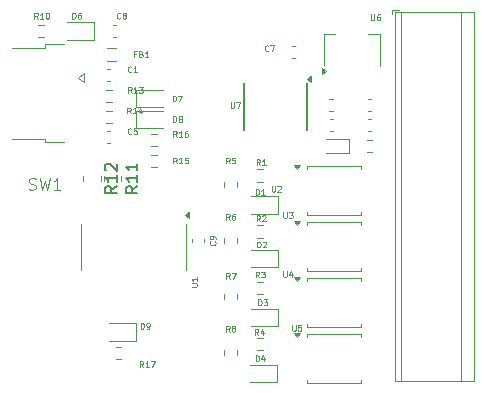
<source format=gbr>
%TF.GenerationSoftware,KiCad,Pcbnew,8.0.3*%
%TF.CreationDate,2024-09-20T11:12:47-04:00*%
%TF.ProjectId,Sequencer,53657175-656e-4636-9572-2e6b69636164,rev?*%
%TF.SameCoordinates,Original*%
%TF.FileFunction,Legend,Top*%
%TF.FilePolarity,Positive*%
%FSLAX46Y46*%
G04 Gerber Fmt 4.6, Leading zero omitted, Abs format (unit mm)*
G04 Created by KiCad (PCBNEW 8.0.3) date 2024-09-20 11:12:47*
%MOMM*%
%LPD*%
G01*
G04 APERTURE LIST*
%ADD10C,0.070000*%
%ADD11C,0.150000*%
%ADD12C,0.100000*%
%ADD13C,0.120000*%
G04 APERTURE END LIST*
D10*
X150603571Y-80227669D02*
X150436905Y-79989574D01*
X150317857Y-80227669D02*
X150317857Y-79727669D01*
X150317857Y-79727669D02*
X150508333Y-79727669D01*
X150508333Y-79727669D02*
X150555952Y-79751479D01*
X150555952Y-79751479D02*
X150579762Y-79775288D01*
X150579762Y-79775288D02*
X150603571Y-79822907D01*
X150603571Y-79822907D02*
X150603571Y-79894336D01*
X150603571Y-79894336D02*
X150579762Y-79941955D01*
X150579762Y-79941955D02*
X150555952Y-79965764D01*
X150555952Y-79965764D02*
X150508333Y-79989574D01*
X150508333Y-79989574D02*
X150317857Y-79989574D01*
X151079762Y-80227669D02*
X150794048Y-80227669D01*
X150936905Y-80227669D02*
X150936905Y-79727669D01*
X150936905Y-79727669D02*
X150889286Y-79799098D01*
X150889286Y-79799098D02*
X150841667Y-79846717D01*
X150841667Y-79846717D02*
X150794048Y-79870526D01*
X151246428Y-79727669D02*
X151579761Y-79727669D01*
X151579761Y-79727669D02*
X151365476Y-80227669D01*
D11*
X148354819Y-64892857D02*
X147878628Y-65226190D01*
X148354819Y-65464285D02*
X147354819Y-65464285D01*
X147354819Y-65464285D02*
X147354819Y-65083333D01*
X147354819Y-65083333D02*
X147402438Y-64988095D01*
X147402438Y-64988095D02*
X147450057Y-64940476D01*
X147450057Y-64940476D02*
X147545295Y-64892857D01*
X147545295Y-64892857D02*
X147688152Y-64892857D01*
X147688152Y-64892857D02*
X147783390Y-64940476D01*
X147783390Y-64940476D02*
X147831009Y-64988095D01*
X147831009Y-64988095D02*
X147878628Y-65083333D01*
X147878628Y-65083333D02*
X147878628Y-65464285D01*
X148354819Y-63940476D02*
X148354819Y-64511904D01*
X148354819Y-64226190D02*
X147354819Y-64226190D01*
X147354819Y-64226190D02*
X147497676Y-64321428D01*
X147497676Y-64321428D02*
X147592914Y-64416666D01*
X147592914Y-64416666D02*
X147640533Y-64511904D01*
X147450057Y-63559523D02*
X147402438Y-63511904D01*
X147402438Y-63511904D02*
X147354819Y-63416666D01*
X147354819Y-63416666D02*
X147354819Y-63178571D01*
X147354819Y-63178571D02*
X147402438Y-63083333D01*
X147402438Y-63083333D02*
X147450057Y-63035714D01*
X147450057Y-63035714D02*
X147545295Y-62988095D01*
X147545295Y-62988095D02*
X147640533Y-62988095D01*
X147640533Y-62988095D02*
X147783390Y-63035714D01*
X147783390Y-63035714D02*
X148354819Y-63607142D01*
X148354819Y-63607142D02*
X148354819Y-62988095D01*
X150104819Y-64892857D02*
X149628628Y-65226190D01*
X150104819Y-65464285D02*
X149104819Y-65464285D01*
X149104819Y-65464285D02*
X149104819Y-65083333D01*
X149104819Y-65083333D02*
X149152438Y-64988095D01*
X149152438Y-64988095D02*
X149200057Y-64940476D01*
X149200057Y-64940476D02*
X149295295Y-64892857D01*
X149295295Y-64892857D02*
X149438152Y-64892857D01*
X149438152Y-64892857D02*
X149533390Y-64940476D01*
X149533390Y-64940476D02*
X149581009Y-64988095D01*
X149581009Y-64988095D02*
X149628628Y-65083333D01*
X149628628Y-65083333D02*
X149628628Y-65464285D01*
X150104819Y-63940476D02*
X150104819Y-64511904D01*
X150104819Y-64226190D02*
X149104819Y-64226190D01*
X149104819Y-64226190D02*
X149247676Y-64321428D01*
X149247676Y-64321428D02*
X149342914Y-64416666D01*
X149342914Y-64416666D02*
X149390533Y-64511904D01*
X150104819Y-62988095D02*
X150104819Y-63559523D01*
X150104819Y-63273809D02*
X149104819Y-63273809D01*
X149104819Y-63273809D02*
X149247676Y-63369047D01*
X149247676Y-63369047D02*
X149342914Y-63464285D01*
X149342914Y-63464285D02*
X149390533Y-63559523D01*
D10*
X150380952Y-76977669D02*
X150380952Y-76477669D01*
X150380952Y-76477669D02*
X150500000Y-76477669D01*
X150500000Y-76477669D02*
X150571428Y-76501479D01*
X150571428Y-76501479D02*
X150619047Y-76549098D01*
X150619047Y-76549098D02*
X150642857Y-76596717D01*
X150642857Y-76596717D02*
X150666666Y-76691955D01*
X150666666Y-76691955D02*
X150666666Y-76763383D01*
X150666666Y-76763383D02*
X150642857Y-76858621D01*
X150642857Y-76858621D02*
X150619047Y-76906240D01*
X150619047Y-76906240D02*
X150571428Y-76953860D01*
X150571428Y-76953860D02*
X150500000Y-76977669D01*
X150500000Y-76977669D02*
X150380952Y-76977669D01*
X150904762Y-76977669D02*
X151000000Y-76977669D01*
X151000000Y-76977669D02*
X151047619Y-76953860D01*
X151047619Y-76953860D02*
X151071428Y-76930050D01*
X151071428Y-76930050D02*
X151119047Y-76858621D01*
X151119047Y-76858621D02*
X151142857Y-76763383D01*
X151142857Y-76763383D02*
X151142857Y-76572907D01*
X151142857Y-76572907D02*
X151119047Y-76525288D01*
X151119047Y-76525288D02*
X151095238Y-76501479D01*
X151095238Y-76501479D02*
X151047619Y-76477669D01*
X151047619Y-76477669D02*
X150952381Y-76477669D01*
X150952381Y-76477669D02*
X150904762Y-76501479D01*
X150904762Y-76501479D02*
X150880952Y-76525288D01*
X150880952Y-76525288D02*
X150857143Y-76572907D01*
X150857143Y-76572907D02*
X150857143Y-76691955D01*
X150857143Y-76691955D02*
X150880952Y-76739574D01*
X150880952Y-76739574D02*
X150904762Y-76763383D01*
X150904762Y-76763383D02*
X150952381Y-76787193D01*
X150952381Y-76787193D02*
X151047619Y-76787193D01*
X151047619Y-76787193D02*
X151095238Y-76763383D01*
X151095238Y-76763383D02*
X151119047Y-76739574D01*
X151119047Y-76739574D02*
X151142857Y-76691955D01*
D12*
X162464047Y-72126109D02*
X162464047Y-72530871D01*
X162464047Y-72530871D02*
X162487857Y-72578490D01*
X162487857Y-72578490D02*
X162511666Y-72602300D01*
X162511666Y-72602300D02*
X162559285Y-72626109D01*
X162559285Y-72626109D02*
X162654523Y-72626109D01*
X162654523Y-72626109D02*
X162702142Y-72602300D01*
X162702142Y-72602300D02*
X162725952Y-72578490D01*
X162725952Y-72578490D02*
X162749761Y-72530871D01*
X162749761Y-72530871D02*
X162749761Y-72126109D01*
X163202143Y-72292776D02*
X163202143Y-72626109D01*
X163083095Y-72102300D02*
X162964048Y-72459442D01*
X162964048Y-72459442D02*
X163273571Y-72459442D01*
X140916667Y-65159800D02*
X141059524Y-65207419D01*
X141059524Y-65207419D02*
X141297619Y-65207419D01*
X141297619Y-65207419D02*
X141392857Y-65159800D01*
X141392857Y-65159800D02*
X141440476Y-65112180D01*
X141440476Y-65112180D02*
X141488095Y-65016942D01*
X141488095Y-65016942D02*
X141488095Y-64921704D01*
X141488095Y-64921704D02*
X141440476Y-64826466D01*
X141440476Y-64826466D02*
X141392857Y-64778847D01*
X141392857Y-64778847D02*
X141297619Y-64731228D01*
X141297619Y-64731228D02*
X141107143Y-64683609D01*
X141107143Y-64683609D02*
X141011905Y-64635990D01*
X141011905Y-64635990D02*
X140964286Y-64588371D01*
X140964286Y-64588371D02*
X140916667Y-64493133D01*
X140916667Y-64493133D02*
X140916667Y-64397895D01*
X140916667Y-64397895D02*
X140964286Y-64302657D01*
X140964286Y-64302657D02*
X141011905Y-64255038D01*
X141011905Y-64255038D02*
X141107143Y-64207419D01*
X141107143Y-64207419D02*
X141345238Y-64207419D01*
X141345238Y-64207419D02*
X141488095Y-64255038D01*
X141821429Y-64207419D02*
X142059524Y-65207419D01*
X142059524Y-65207419D02*
X142250000Y-64493133D01*
X142250000Y-64493133D02*
X142440476Y-65207419D01*
X142440476Y-65207419D02*
X142678572Y-64207419D01*
X143583333Y-65207419D02*
X143011905Y-65207419D01*
X143297619Y-65207419D02*
X143297619Y-64207419D01*
X143297619Y-64207419D02*
X143202381Y-64350276D01*
X143202381Y-64350276D02*
X143107143Y-64445514D01*
X143107143Y-64445514D02*
X143011905Y-64493133D01*
D10*
X156680050Y-69583333D02*
X156703860Y-69607142D01*
X156703860Y-69607142D02*
X156727669Y-69678571D01*
X156727669Y-69678571D02*
X156727669Y-69726190D01*
X156727669Y-69726190D02*
X156703860Y-69797618D01*
X156703860Y-69797618D02*
X156656240Y-69845237D01*
X156656240Y-69845237D02*
X156608621Y-69869047D01*
X156608621Y-69869047D02*
X156513383Y-69892856D01*
X156513383Y-69892856D02*
X156441955Y-69892856D01*
X156441955Y-69892856D02*
X156346717Y-69869047D01*
X156346717Y-69869047D02*
X156299098Y-69845237D01*
X156299098Y-69845237D02*
X156251479Y-69797618D01*
X156251479Y-69797618D02*
X156227669Y-69726190D01*
X156227669Y-69726190D02*
X156227669Y-69678571D01*
X156227669Y-69678571D02*
X156251479Y-69607142D01*
X156251479Y-69607142D02*
X156275288Y-69583333D01*
X156727669Y-69345237D02*
X156727669Y-69249999D01*
X156727669Y-69249999D02*
X156703860Y-69202380D01*
X156703860Y-69202380D02*
X156680050Y-69178571D01*
X156680050Y-69178571D02*
X156608621Y-69130952D01*
X156608621Y-69130952D02*
X156513383Y-69107142D01*
X156513383Y-69107142D02*
X156322907Y-69107142D01*
X156322907Y-69107142D02*
X156275288Y-69130952D01*
X156275288Y-69130952D02*
X156251479Y-69154761D01*
X156251479Y-69154761D02*
X156227669Y-69202380D01*
X156227669Y-69202380D02*
X156227669Y-69297618D01*
X156227669Y-69297618D02*
X156251479Y-69345237D01*
X156251479Y-69345237D02*
X156275288Y-69369047D01*
X156275288Y-69369047D02*
X156322907Y-69392856D01*
X156322907Y-69392856D02*
X156441955Y-69392856D01*
X156441955Y-69392856D02*
X156489574Y-69369047D01*
X156489574Y-69369047D02*
X156513383Y-69345237D01*
X156513383Y-69345237D02*
X156537193Y-69297618D01*
X156537193Y-69297618D02*
X156537193Y-69202380D01*
X156537193Y-69202380D02*
X156513383Y-69154761D01*
X156513383Y-69154761D02*
X156489574Y-69130952D01*
X156489574Y-69130952D02*
X156441955Y-69107142D01*
D12*
X163214047Y-76646109D02*
X163214047Y-77050871D01*
X163214047Y-77050871D02*
X163237857Y-77098490D01*
X163237857Y-77098490D02*
X163261666Y-77122300D01*
X163261666Y-77122300D02*
X163309285Y-77146109D01*
X163309285Y-77146109D02*
X163404523Y-77146109D01*
X163404523Y-77146109D02*
X163452142Y-77122300D01*
X163452142Y-77122300D02*
X163475952Y-77098490D01*
X163475952Y-77098490D02*
X163499761Y-77050871D01*
X163499761Y-77050871D02*
X163499761Y-76646109D01*
X163975952Y-76646109D02*
X163737857Y-76646109D01*
X163737857Y-76646109D02*
X163714048Y-76884204D01*
X163714048Y-76884204D02*
X163737857Y-76860395D01*
X163737857Y-76860395D02*
X163785476Y-76836585D01*
X163785476Y-76836585D02*
X163904524Y-76836585D01*
X163904524Y-76836585D02*
X163952143Y-76860395D01*
X163952143Y-76860395D02*
X163975952Y-76884204D01*
X163975952Y-76884204D02*
X163999762Y-76931823D01*
X163999762Y-76931823D02*
X163999762Y-77050871D01*
X163999762Y-77050871D02*
X163975952Y-77098490D01*
X163975952Y-77098490D02*
X163952143Y-77122300D01*
X163952143Y-77122300D02*
X163904524Y-77146109D01*
X163904524Y-77146109D02*
X163785476Y-77146109D01*
X163785476Y-77146109D02*
X163737857Y-77122300D01*
X163737857Y-77122300D02*
X163714048Y-77098490D01*
D10*
X157916666Y-67727669D02*
X157750000Y-67489574D01*
X157630952Y-67727669D02*
X157630952Y-67227669D01*
X157630952Y-67227669D02*
X157821428Y-67227669D01*
X157821428Y-67227669D02*
X157869047Y-67251479D01*
X157869047Y-67251479D02*
X157892857Y-67275288D01*
X157892857Y-67275288D02*
X157916666Y-67322907D01*
X157916666Y-67322907D02*
X157916666Y-67394336D01*
X157916666Y-67394336D02*
X157892857Y-67441955D01*
X157892857Y-67441955D02*
X157869047Y-67465764D01*
X157869047Y-67465764D02*
X157821428Y-67489574D01*
X157821428Y-67489574D02*
X157630952Y-67489574D01*
X158345238Y-67227669D02*
X158250000Y-67227669D01*
X158250000Y-67227669D02*
X158202381Y-67251479D01*
X158202381Y-67251479D02*
X158178571Y-67275288D01*
X158178571Y-67275288D02*
X158130952Y-67346717D01*
X158130952Y-67346717D02*
X158107143Y-67441955D01*
X158107143Y-67441955D02*
X158107143Y-67632431D01*
X158107143Y-67632431D02*
X158130952Y-67680050D01*
X158130952Y-67680050D02*
X158154762Y-67703860D01*
X158154762Y-67703860D02*
X158202381Y-67727669D01*
X158202381Y-67727669D02*
X158297619Y-67727669D01*
X158297619Y-67727669D02*
X158345238Y-67703860D01*
X158345238Y-67703860D02*
X158369047Y-67680050D01*
X158369047Y-67680050D02*
X158392857Y-67632431D01*
X158392857Y-67632431D02*
X158392857Y-67513383D01*
X158392857Y-67513383D02*
X158369047Y-67465764D01*
X158369047Y-67465764D02*
X158345238Y-67441955D01*
X158345238Y-67441955D02*
X158297619Y-67418145D01*
X158297619Y-67418145D02*
X158202381Y-67418145D01*
X158202381Y-67418145D02*
X158154762Y-67441955D01*
X158154762Y-67441955D02*
X158130952Y-67465764D01*
X158130952Y-67465764D02*
X158107143Y-67513383D01*
X149596666Y-55200050D02*
X149572857Y-55223860D01*
X149572857Y-55223860D02*
X149501428Y-55247669D01*
X149501428Y-55247669D02*
X149453809Y-55247669D01*
X149453809Y-55247669D02*
X149382381Y-55223860D01*
X149382381Y-55223860D02*
X149334762Y-55176240D01*
X149334762Y-55176240D02*
X149310952Y-55128621D01*
X149310952Y-55128621D02*
X149287143Y-55033383D01*
X149287143Y-55033383D02*
X149287143Y-54961955D01*
X149287143Y-54961955D02*
X149310952Y-54866717D01*
X149310952Y-54866717D02*
X149334762Y-54819098D01*
X149334762Y-54819098D02*
X149382381Y-54771479D01*
X149382381Y-54771479D02*
X149453809Y-54747669D01*
X149453809Y-54747669D02*
X149501428Y-54747669D01*
X149501428Y-54747669D02*
X149572857Y-54771479D01*
X149572857Y-54771479D02*
X149596666Y-54795288D01*
X150072857Y-55247669D02*
X149787143Y-55247669D01*
X149930000Y-55247669D02*
X149930000Y-54747669D01*
X149930000Y-54747669D02*
X149882381Y-54819098D01*
X149882381Y-54819098D02*
X149834762Y-54866717D01*
X149834762Y-54866717D02*
X149787143Y-54890526D01*
X160343452Y-74977669D02*
X160343452Y-74477669D01*
X160343452Y-74477669D02*
X160462500Y-74477669D01*
X160462500Y-74477669D02*
X160533928Y-74501479D01*
X160533928Y-74501479D02*
X160581547Y-74549098D01*
X160581547Y-74549098D02*
X160605357Y-74596717D01*
X160605357Y-74596717D02*
X160629166Y-74691955D01*
X160629166Y-74691955D02*
X160629166Y-74763383D01*
X160629166Y-74763383D02*
X160605357Y-74858621D01*
X160605357Y-74858621D02*
X160581547Y-74906240D01*
X160581547Y-74906240D02*
X160533928Y-74953860D01*
X160533928Y-74953860D02*
X160462500Y-74977669D01*
X160462500Y-74977669D02*
X160343452Y-74977669D01*
X160795833Y-74477669D02*
X161105357Y-74477669D01*
X161105357Y-74477669D02*
X160938690Y-74668145D01*
X160938690Y-74668145D02*
X161010119Y-74668145D01*
X161010119Y-74668145D02*
X161057738Y-74691955D01*
X161057738Y-74691955D02*
X161081547Y-74715764D01*
X161081547Y-74715764D02*
X161105357Y-74763383D01*
X161105357Y-74763383D02*
X161105357Y-74882431D01*
X161105357Y-74882431D02*
X161081547Y-74930050D01*
X161081547Y-74930050D02*
X161057738Y-74953860D01*
X161057738Y-74953860D02*
X161010119Y-74977669D01*
X161010119Y-74977669D02*
X160867262Y-74977669D01*
X160867262Y-74977669D02*
X160819643Y-74953860D01*
X160819643Y-74953860D02*
X160795833Y-74930050D01*
X160491666Y-63127669D02*
X160325000Y-62889574D01*
X160205952Y-63127669D02*
X160205952Y-62627669D01*
X160205952Y-62627669D02*
X160396428Y-62627669D01*
X160396428Y-62627669D02*
X160444047Y-62651479D01*
X160444047Y-62651479D02*
X160467857Y-62675288D01*
X160467857Y-62675288D02*
X160491666Y-62722907D01*
X160491666Y-62722907D02*
X160491666Y-62794336D01*
X160491666Y-62794336D02*
X160467857Y-62841955D01*
X160467857Y-62841955D02*
X160444047Y-62865764D01*
X160444047Y-62865764D02*
X160396428Y-62889574D01*
X160396428Y-62889574D02*
X160205952Y-62889574D01*
X160967857Y-63127669D02*
X160682143Y-63127669D01*
X160825000Y-63127669D02*
X160825000Y-62627669D01*
X160825000Y-62627669D02*
X160777381Y-62699098D01*
X160777381Y-62699098D02*
X160729762Y-62746717D01*
X160729762Y-62746717D02*
X160682143Y-62770526D01*
X153130952Y-59477669D02*
X153130952Y-58977669D01*
X153130952Y-58977669D02*
X153250000Y-58977669D01*
X153250000Y-58977669D02*
X153321428Y-59001479D01*
X153321428Y-59001479D02*
X153369047Y-59049098D01*
X153369047Y-59049098D02*
X153392857Y-59096717D01*
X153392857Y-59096717D02*
X153416666Y-59191955D01*
X153416666Y-59191955D02*
X153416666Y-59263383D01*
X153416666Y-59263383D02*
X153392857Y-59358621D01*
X153392857Y-59358621D02*
X153369047Y-59406240D01*
X153369047Y-59406240D02*
X153321428Y-59453860D01*
X153321428Y-59453860D02*
X153250000Y-59477669D01*
X153250000Y-59477669D02*
X153130952Y-59477669D01*
X153702381Y-59191955D02*
X153654762Y-59168145D01*
X153654762Y-59168145D02*
X153630952Y-59144336D01*
X153630952Y-59144336D02*
X153607143Y-59096717D01*
X153607143Y-59096717D02*
X153607143Y-59072907D01*
X153607143Y-59072907D02*
X153630952Y-59025288D01*
X153630952Y-59025288D02*
X153654762Y-59001479D01*
X153654762Y-59001479D02*
X153702381Y-58977669D01*
X153702381Y-58977669D02*
X153797619Y-58977669D01*
X153797619Y-58977669D02*
X153845238Y-59001479D01*
X153845238Y-59001479D02*
X153869047Y-59025288D01*
X153869047Y-59025288D02*
X153892857Y-59072907D01*
X153892857Y-59072907D02*
X153892857Y-59096717D01*
X153892857Y-59096717D02*
X153869047Y-59144336D01*
X153869047Y-59144336D02*
X153845238Y-59168145D01*
X153845238Y-59168145D02*
X153797619Y-59191955D01*
X153797619Y-59191955D02*
X153702381Y-59191955D01*
X153702381Y-59191955D02*
X153654762Y-59215764D01*
X153654762Y-59215764D02*
X153630952Y-59239574D01*
X153630952Y-59239574D02*
X153607143Y-59287193D01*
X153607143Y-59287193D02*
X153607143Y-59382431D01*
X153607143Y-59382431D02*
X153630952Y-59430050D01*
X153630952Y-59430050D02*
X153654762Y-59453860D01*
X153654762Y-59453860D02*
X153702381Y-59477669D01*
X153702381Y-59477669D02*
X153797619Y-59477669D01*
X153797619Y-59477669D02*
X153845238Y-59453860D01*
X153845238Y-59453860D02*
X153869047Y-59430050D01*
X153869047Y-59430050D02*
X153892857Y-59382431D01*
X153892857Y-59382431D02*
X153892857Y-59287193D01*
X153892857Y-59287193D02*
X153869047Y-59239574D01*
X153869047Y-59239574D02*
X153845238Y-59215764D01*
X153845238Y-59215764D02*
X153797619Y-59191955D01*
X150013334Y-53735764D02*
X149846667Y-53735764D01*
X149846667Y-53997669D02*
X149846667Y-53497669D01*
X149846667Y-53497669D02*
X150084762Y-53497669D01*
X150441905Y-53735764D02*
X150513333Y-53759574D01*
X150513333Y-53759574D02*
X150537143Y-53783383D01*
X150537143Y-53783383D02*
X150560952Y-53831002D01*
X150560952Y-53831002D02*
X150560952Y-53902431D01*
X150560952Y-53902431D02*
X150537143Y-53950050D01*
X150537143Y-53950050D02*
X150513333Y-53973860D01*
X150513333Y-53973860D02*
X150465714Y-53997669D01*
X150465714Y-53997669D02*
X150275238Y-53997669D01*
X150275238Y-53997669D02*
X150275238Y-53497669D01*
X150275238Y-53497669D02*
X150441905Y-53497669D01*
X150441905Y-53497669D02*
X150489524Y-53521479D01*
X150489524Y-53521479D02*
X150513333Y-53545288D01*
X150513333Y-53545288D02*
X150537143Y-53592907D01*
X150537143Y-53592907D02*
X150537143Y-53640526D01*
X150537143Y-53640526D02*
X150513333Y-53688145D01*
X150513333Y-53688145D02*
X150489524Y-53711955D01*
X150489524Y-53711955D02*
X150441905Y-53735764D01*
X150441905Y-53735764D02*
X150275238Y-53735764D01*
X151037143Y-53997669D02*
X150751429Y-53997669D01*
X150894286Y-53997669D02*
X150894286Y-53497669D01*
X150894286Y-53497669D02*
X150846667Y-53569098D01*
X150846667Y-53569098D02*
X150799048Y-53616717D01*
X150799048Y-53616717D02*
X150751429Y-53640526D01*
X153093452Y-57727669D02*
X153093452Y-57227669D01*
X153093452Y-57227669D02*
X153212500Y-57227669D01*
X153212500Y-57227669D02*
X153283928Y-57251479D01*
X153283928Y-57251479D02*
X153331547Y-57299098D01*
X153331547Y-57299098D02*
X153355357Y-57346717D01*
X153355357Y-57346717D02*
X153379166Y-57441955D01*
X153379166Y-57441955D02*
X153379166Y-57513383D01*
X153379166Y-57513383D02*
X153355357Y-57608621D01*
X153355357Y-57608621D02*
X153331547Y-57656240D01*
X153331547Y-57656240D02*
X153283928Y-57703860D01*
X153283928Y-57703860D02*
X153212500Y-57727669D01*
X153212500Y-57727669D02*
X153093452Y-57727669D01*
X153545833Y-57227669D02*
X153879166Y-57227669D01*
X153879166Y-57227669D02*
X153664881Y-57727669D01*
X144593452Y-50727669D02*
X144593452Y-50227669D01*
X144593452Y-50227669D02*
X144712500Y-50227669D01*
X144712500Y-50227669D02*
X144783928Y-50251479D01*
X144783928Y-50251479D02*
X144831547Y-50299098D01*
X144831547Y-50299098D02*
X144855357Y-50346717D01*
X144855357Y-50346717D02*
X144879166Y-50441955D01*
X144879166Y-50441955D02*
X144879166Y-50513383D01*
X144879166Y-50513383D02*
X144855357Y-50608621D01*
X144855357Y-50608621D02*
X144831547Y-50656240D01*
X144831547Y-50656240D02*
X144783928Y-50703860D01*
X144783928Y-50703860D02*
X144712500Y-50727669D01*
X144712500Y-50727669D02*
X144593452Y-50727669D01*
X145307738Y-50227669D02*
X145212500Y-50227669D01*
X145212500Y-50227669D02*
X145164881Y-50251479D01*
X145164881Y-50251479D02*
X145141071Y-50275288D01*
X145141071Y-50275288D02*
X145093452Y-50346717D01*
X145093452Y-50346717D02*
X145069643Y-50441955D01*
X145069643Y-50441955D02*
X145069643Y-50632431D01*
X145069643Y-50632431D02*
X145093452Y-50680050D01*
X145093452Y-50680050D02*
X145117262Y-50703860D01*
X145117262Y-50703860D02*
X145164881Y-50727669D01*
X145164881Y-50727669D02*
X145260119Y-50727669D01*
X145260119Y-50727669D02*
X145307738Y-50703860D01*
X145307738Y-50703860D02*
X145331547Y-50680050D01*
X145331547Y-50680050D02*
X145355357Y-50632431D01*
X145355357Y-50632431D02*
X145355357Y-50513383D01*
X145355357Y-50513383D02*
X145331547Y-50465764D01*
X145331547Y-50465764D02*
X145307738Y-50441955D01*
X145307738Y-50441955D02*
X145260119Y-50418145D01*
X145260119Y-50418145D02*
X145164881Y-50418145D01*
X145164881Y-50418145D02*
X145117262Y-50441955D01*
X145117262Y-50441955D02*
X145093452Y-50465764D01*
X145093452Y-50465764D02*
X145069643Y-50513383D01*
X169869047Y-50367043D02*
X169869047Y-50771805D01*
X169869047Y-50771805D02*
X169892857Y-50819424D01*
X169892857Y-50819424D02*
X169916666Y-50843234D01*
X169916666Y-50843234D02*
X169964285Y-50867043D01*
X169964285Y-50867043D02*
X170059523Y-50867043D01*
X170059523Y-50867043D02*
X170107142Y-50843234D01*
X170107142Y-50843234D02*
X170130952Y-50819424D01*
X170130952Y-50819424D02*
X170154761Y-50771805D01*
X170154761Y-50771805D02*
X170154761Y-50367043D01*
X170607143Y-50367043D02*
X170511905Y-50367043D01*
X170511905Y-50367043D02*
X170464286Y-50390853D01*
X170464286Y-50390853D02*
X170440476Y-50414662D01*
X170440476Y-50414662D02*
X170392857Y-50486091D01*
X170392857Y-50486091D02*
X170369048Y-50581329D01*
X170369048Y-50581329D02*
X170369048Y-50771805D01*
X170369048Y-50771805D02*
X170392857Y-50819424D01*
X170392857Y-50819424D02*
X170416667Y-50843234D01*
X170416667Y-50843234D02*
X170464286Y-50867043D01*
X170464286Y-50867043D02*
X170559524Y-50867043D01*
X170559524Y-50867043D02*
X170607143Y-50843234D01*
X170607143Y-50843234D02*
X170630952Y-50819424D01*
X170630952Y-50819424D02*
X170654762Y-50771805D01*
X170654762Y-50771805D02*
X170654762Y-50652757D01*
X170654762Y-50652757D02*
X170630952Y-50605138D01*
X170630952Y-50605138D02*
X170607143Y-50581329D01*
X170607143Y-50581329D02*
X170559524Y-50557519D01*
X170559524Y-50557519D02*
X170464286Y-50557519D01*
X170464286Y-50557519D02*
X170416667Y-50581329D01*
X170416667Y-50581329D02*
X170392857Y-50605138D01*
X170392857Y-50605138D02*
X170369048Y-50652757D01*
X153428571Y-60727669D02*
X153261905Y-60489574D01*
X153142857Y-60727669D02*
X153142857Y-60227669D01*
X153142857Y-60227669D02*
X153333333Y-60227669D01*
X153333333Y-60227669D02*
X153380952Y-60251479D01*
X153380952Y-60251479D02*
X153404762Y-60275288D01*
X153404762Y-60275288D02*
X153428571Y-60322907D01*
X153428571Y-60322907D02*
X153428571Y-60394336D01*
X153428571Y-60394336D02*
X153404762Y-60441955D01*
X153404762Y-60441955D02*
X153380952Y-60465764D01*
X153380952Y-60465764D02*
X153333333Y-60489574D01*
X153333333Y-60489574D02*
X153142857Y-60489574D01*
X153904762Y-60727669D02*
X153619048Y-60727669D01*
X153761905Y-60727669D02*
X153761905Y-60227669D01*
X153761905Y-60227669D02*
X153714286Y-60299098D01*
X153714286Y-60299098D02*
X153666667Y-60346717D01*
X153666667Y-60346717D02*
X153619048Y-60370526D01*
X154333333Y-60227669D02*
X154238095Y-60227669D01*
X154238095Y-60227669D02*
X154190476Y-60251479D01*
X154190476Y-60251479D02*
X154166666Y-60275288D01*
X154166666Y-60275288D02*
X154119047Y-60346717D01*
X154119047Y-60346717D02*
X154095238Y-60441955D01*
X154095238Y-60441955D02*
X154095238Y-60632431D01*
X154095238Y-60632431D02*
X154119047Y-60680050D01*
X154119047Y-60680050D02*
X154142857Y-60703860D01*
X154142857Y-60703860D02*
X154190476Y-60727669D01*
X154190476Y-60727669D02*
X154285714Y-60727669D01*
X154285714Y-60727669D02*
X154333333Y-60703860D01*
X154333333Y-60703860D02*
X154357142Y-60680050D01*
X154357142Y-60680050D02*
X154380952Y-60632431D01*
X154380952Y-60632431D02*
X154380952Y-60513383D01*
X154380952Y-60513383D02*
X154357142Y-60465764D01*
X154357142Y-60465764D02*
X154333333Y-60441955D01*
X154333333Y-60441955D02*
X154285714Y-60418145D01*
X154285714Y-60418145D02*
X154190476Y-60418145D01*
X154190476Y-60418145D02*
X154142857Y-60441955D01*
X154142857Y-60441955D02*
X154119047Y-60465764D01*
X154119047Y-60465764D02*
X154095238Y-60513383D01*
X153428571Y-62977669D02*
X153261905Y-62739574D01*
X153142857Y-62977669D02*
X153142857Y-62477669D01*
X153142857Y-62477669D02*
X153333333Y-62477669D01*
X153333333Y-62477669D02*
X153380952Y-62501479D01*
X153380952Y-62501479D02*
X153404762Y-62525288D01*
X153404762Y-62525288D02*
X153428571Y-62572907D01*
X153428571Y-62572907D02*
X153428571Y-62644336D01*
X153428571Y-62644336D02*
X153404762Y-62691955D01*
X153404762Y-62691955D02*
X153380952Y-62715764D01*
X153380952Y-62715764D02*
X153333333Y-62739574D01*
X153333333Y-62739574D02*
X153142857Y-62739574D01*
X153904762Y-62977669D02*
X153619048Y-62977669D01*
X153761905Y-62977669D02*
X153761905Y-62477669D01*
X153761905Y-62477669D02*
X153714286Y-62549098D01*
X153714286Y-62549098D02*
X153666667Y-62596717D01*
X153666667Y-62596717D02*
X153619048Y-62620526D01*
X154357142Y-62477669D02*
X154119047Y-62477669D01*
X154119047Y-62477669D02*
X154095238Y-62715764D01*
X154095238Y-62715764D02*
X154119047Y-62691955D01*
X154119047Y-62691955D02*
X154166666Y-62668145D01*
X154166666Y-62668145D02*
X154285714Y-62668145D01*
X154285714Y-62668145D02*
X154333333Y-62691955D01*
X154333333Y-62691955D02*
X154357142Y-62715764D01*
X154357142Y-62715764D02*
X154380952Y-62763383D01*
X154380952Y-62763383D02*
X154380952Y-62882431D01*
X154380952Y-62882431D02*
X154357142Y-62930050D01*
X154357142Y-62930050D02*
X154333333Y-62953860D01*
X154333333Y-62953860D02*
X154285714Y-62977669D01*
X154285714Y-62977669D02*
X154166666Y-62977669D01*
X154166666Y-62977669D02*
X154119047Y-62953860D01*
X154119047Y-62953860D02*
X154095238Y-62930050D01*
X157916666Y-77227669D02*
X157750000Y-76989574D01*
X157630952Y-77227669D02*
X157630952Y-76727669D01*
X157630952Y-76727669D02*
X157821428Y-76727669D01*
X157821428Y-76727669D02*
X157869047Y-76751479D01*
X157869047Y-76751479D02*
X157892857Y-76775288D01*
X157892857Y-76775288D02*
X157916666Y-76822907D01*
X157916666Y-76822907D02*
X157916666Y-76894336D01*
X157916666Y-76894336D02*
X157892857Y-76941955D01*
X157892857Y-76941955D02*
X157869047Y-76965764D01*
X157869047Y-76965764D02*
X157821428Y-76989574D01*
X157821428Y-76989574D02*
X157630952Y-76989574D01*
X158202381Y-76941955D02*
X158154762Y-76918145D01*
X158154762Y-76918145D02*
X158130952Y-76894336D01*
X158130952Y-76894336D02*
X158107143Y-76846717D01*
X158107143Y-76846717D02*
X158107143Y-76822907D01*
X158107143Y-76822907D02*
X158130952Y-76775288D01*
X158130952Y-76775288D02*
X158154762Y-76751479D01*
X158154762Y-76751479D02*
X158202381Y-76727669D01*
X158202381Y-76727669D02*
X158297619Y-76727669D01*
X158297619Y-76727669D02*
X158345238Y-76751479D01*
X158345238Y-76751479D02*
X158369047Y-76775288D01*
X158369047Y-76775288D02*
X158392857Y-76822907D01*
X158392857Y-76822907D02*
X158392857Y-76846717D01*
X158392857Y-76846717D02*
X158369047Y-76894336D01*
X158369047Y-76894336D02*
X158345238Y-76918145D01*
X158345238Y-76918145D02*
X158297619Y-76941955D01*
X158297619Y-76941955D02*
X158202381Y-76941955D01*
X158202381Y-76941955D02*
X158154762Y-76965764D01*
X158154762Y-76965764D02*
X158130952Y-76989574D01*
X158130952Y-76989574D02*
X158107143Y-77037193D01*
X158107143Y-77037193D02*
X158107143Y-77132431D01*
X158107143Y-77132431D02*
X158130952Y-77180050D01*
X158130952Y-77180050D02*
X158154762Y-77203860D01*
X158154762Y-77203860D02*
X158202381Y-77227669D01*
X158202381Y-77227669D02*
X158297619Y-77227669D01*
X158297619Y-77227669D02*
X158345238Y-77203860D01*
X158345238Y-77203860D02*
X158369047Y-77180050D01*
X158369047Y-77180050D02*
X158392857Y-77132431D01*
X158392857Y-77132431D02*
X158392857Y-77037193D01*
X158392857Y-77037193D02*
X158369047Y-76989574D01*
X158369047Y-76989574D02*
X158345238Y-76965764D01*
X158345238Y-76965764D02*
X158297619Y-76941955D01*
X149533571Y-58747669D02*
X149366905Y-58509574D01*
X149247857Y-58747669D02*
X149247857Y-58247669D01*
X149247857Y-58247669D02*
X149438333Y-58247669D01*
X149438333Y-58247669D02*
X149485952Y-58271479D01*
X149485952Y-58271479D02*
X149509762Y-58295288D01*
X149509762Y-58295288D02*
X149533571Y-58342907D01*
X149533571Y-58342907D02*
X149533571Y-58414336D01*
X149533571Y-58414336D02*
X149509762Y-58461955D01*
X149509762Y-58461955D02*
X149485952Y-58485764D01*
X149485952Y-58485764D02*
X149438333Y-58509574D01*
X149438333Y-58509574D02*
X149247857Y-58509574D01*
X150009762Y-58747669D02*
X149724048Y-58747669D01*
X149866905Y-58747669D02*
X149866905Y-58247669D01*
X149866905Y-58247669D02*
X149819286Y-58319098D01*
X149819286Y-58319098D02*
X149771667Y-58366717D01*
X149771667Y-58366717D02*
X149724048Y-58390526D01*
X150438333Y-58414336D02*
X150438333Y-58747669D01*
X150319285Y-58223860D02*
X150200238Y-58581002D01*
X150200238Y-58581002D02*
X150509761Y-58581002D01*
X158005297Y-57786418D02*
X158005297Y-58191180D01*
X158005297Y-58191180D02*
X158029107Y-58238799D01*
X158029107Y-58238799D02*
X158052916Y-58262609D01*
X158052916Y-58262609D02*
X158100535Y-58286418D01*
X158100535Y-58286418D02*
X158195773Y-58286418D01*
X158195773Y-58286418D02*
X158243392Y-58262609D01*
X158243392Y-58262609D02*
X158267202Y-58238799D01*
X158267202Y-58238799D02*
X158291011Y-58191180D01*
X158291011Y-58191180D02*
X158291011Y-57786418D01*
X158481488Y-57786418D02*
X158814821Y-57786418D01*
X158814821Y-57786418D02*
X158600536Y-58286418D01*
X157916666Y-72727669D02*
X157750000Y-72489574D01*
X157630952Y-72727669D02*
X157630952Y-72227669D01*
X157630952Y-72227669D02*
X157821428Y-72227669D01*
X157821428Y-72227669D02*
X157869047Y-72251479D01*
X157869047Y-72251479D02*
X157892857Y-72275288D01*
X157892857Y-72275288D02*
X157916666Y-72322907D01*
X157916666Y-72322907D02*
X157916666Y-72394336D01*
X157916666Y-72394336D02*
X157892857Y-72441955D01*
X157892857Y-72441955D02*
X157869047Y-72465764D01*
X157869047Y-72465764D02*
X157821428Y-72489574D01*
X157821428Y-72489574D02*
X157630952Y-72489574D01*
X158083333Y-72227669D02*
X158416666Y-72227669D01*
X158416666Y-72227669D02*
X158202381Y-72727669D01*
X149596666Y-60450050D02*
X149572857Y-60473860D01*
X149572857Y-60473860D02*
X149501428Y-60497669D01*
X149501428Y-60497669D02*
X149453809Y-60497669D01*
X149453809Y-60497669D02*
X149382381Y-60473860D01*
X149382381Y-60473860D02*
X149334762Y-60426240D01*
X149334762Y-60426240D02*
X149310952Y-60378621D01*
X149310952Y-60378621D02*
X149287143Y-60283383D01*
X149287143Y-60283383D02*
X149287143Y-60211955D01*
X149287143Y-60211955D02*
X149310952Y-60116717D01*
X149310952Y-60116717D02*
X149334762Y-60069098D01*
X149334762Y-60069098D02*
X149382381Y-60021479D01*
X149382381Y-60021479D02*
X149453809Y-59997669D01*
X149453809Y-59997669D02*
X149501428Y-59997669D01*
X149501428Y-59997669D02*
X149572857Y-60021479D01*
X149572857Y-60021479D02*
X149596666Y-60045288D01*
X150049047Y-59997669D02*
X149810952Y-59997669D01*
X149810952Y-59997669D02*
X149787143Y-60235764D01*
X149787143Y-60235764D02*
X149810952Y-60211955D01*
X149810952Y-60211955D02*
X149858571Y-60188145D01*
X149858571Y-60188145D02*
X149977619Y-60188145D01*
X149977619Y-60188145D02*
X150025238Y-60211955D01*
X150025238Y-60211955D02*
X150049047Y-60235764D01*
X150049047Y-60235764D02*
X150072857Y-60283383D01*
X150072857Y-60283383D02*
X150072857Y-60402431D01*
X150072857Y-60402431D02*
X150049047Y-60450050D01*
X150049047Y-60450050D02*
X150025238Y-60473860D01*
X150025238Y-60473860D02*
X149977619Y-60497669D01*
X149977619Y-60497669D02*
X149858571Y-60497669D01*
X149858571Y-60497669D02*
X149810952Y-60473860D01*
X149810952Y-60473860D02*
X149787143Y-60450050D01*
X160130952Y-65627669D02*
X160130952Y-65127669D01*
X160130952Y-65127669D02*
X160250000Y-65127669D01*
X160250000Y-65127669D02*
X160321428Y-65151479D01*
X160321428Y-65151479D02*
X160369047Y-65199098D01*
X160369047Y-65199098D02*
X160392857Y-65246717D01*
X160392857Y-65246717D02*
X160416666Y-65341955D01*
X160416666Y-65341955D02*
X160416666Y-65413383D01*
X160416666Y-65413383D02*
X160392857Y-65508621D01*
X160392857Y-65508621D02*
X160369047Y-65556240D01*
X160369047Y-65556240D02*
X160321428Y-65603860D01*
X160321428Y-65603860D02*
X160250000Y-65627669D01*
X160250000Y-65627669D02*
X160130952Y-65627669D01*
X160892857Y-65627669D02*
X160607143Y-65627669D01*
X160750000Y-65627669D02*
X160750000Y-65127669D01*
X160750000Y-65127669D02*
X160702381Y-65199098D01*
X160702381Y-65199098D02*
X160654762Y-65246717D01*
X160654762Y-65246717D02*
X160607143Y-65270526D01*
X160130952Y-79727669D02*
X160130952Y-79227669D01*
X160130952Y-79227669D02*
X160250000Y-79227669D01*
X160250000Y-79227669D02*
X160321428Y-79251479D01*
X160321428Y-79251479D02*
X160369047Y-79299098D01*
X160369047Y-79299098D02*
X160392857Y-79346717D01*
X160392857Y-79346717D02*
X160416666Y-79441955D01*
X160416666Y-79441955D02*
X160416666Y-79513383D01*
X160416666Y-79513383D02*
X160392857Y-79608621D01*
X160392857Y-79608621D02*
X160369047Y-79656240D01*
X160369047Y-79656240D02*
X160321428Y-79703860D01*
X160321428Y-79703860D02*
X160250000Y-79727669D01*
X160250000Y-79727669D02*
X160130952Y-79727669D01*
X160845238Y-79394336D02*
X160845238Y-79727669D01*
X160726190Y-79203860D02*
X160607143Y-79561002D01*
X160607143Y-79561002D02*
X160916666Y-79561002D01*
X161186666Y-53438799D02*
X161162857Y-53462609D01*
X161162857Y-53462609D02*
X161091428Y-53486418D01*
X161091428Y-53486418D02*
X161043809Y-53486418D01*
X161043809Y-53486418D02*
X160972381Y-53462609D01*
X160972381Y-53462609D02*
X160924762Y-53414989D01*
X160924762Y-53414989D02*
X160900952Y-53367370D01*
X160900952Y-53367370D02*
X160877143Y-53272132D01*
X160877143Y-53272132D02*
X160877143Y-53200704D01*
X160877143Y-53200704D02*
X160900952Y-53105466D01*
X160900952Y-53105466D02*
X160924762Y-53057847D01*
X160924762Y-53057847D02*
X160972381Y-53010228D01*
X160972381Y-53010228D02*
X161043809Y-52986418D01*
X161043809Y-52986418D02*
X161091428Y-52986418D01*
X161091428Y-52986418D02*
X161162857Y-53010228D01*
X161162857Y-53010228D02*
X161186666Y-53034037D01*
X161353333Y-52986418D02*
X161686666Y-52986418D01*
X161686666Y-52986418D02*
X161472381Y-53486418D01*
X160252225Y-70090565D02*
X160252225Y-69590565D01*
X160252225Y-69590565D02*
X160371273Y-69590565D01*
X160371273Y-69590565D02*
X160442701Y-69614375D01*
X160442701Y-69614375D02*
X160490320Y-69661994D01*
X160490320Y-69661994D02*
X160514130Y-69709613D01*
X160514130Y-69709613D02*
X160537939Y-69804851D01*
X160537939Y-69804851D02*
X160537939Y-69876279D01*
X160537939Y-69876279D02*
X160514130Y-69971517D01*
X160514130Y-69971517D02*
X160490320Y-70019136D01*
X160490320Y-70019136D02*
X160442701Y-70066756D01*
X160442701Y-70066756D02*
X160371273Y-70090565D01*
X160371273Y-70090565D02*
X160252225Y-70090565D01*
X160728416Y-69638184D02*
X160752225Y-69614375D01*
X160752225Y-69614375D02*
X160799844Y-69590565D01*
X160799844Y-69590565D02*
X160918892Y-69590565D01*
X160918892Y-69590565D02*
X160966511Y-69614375D01*
X160966511Y-69614375D02*
X160990320Y-69638184D01*
X160990320Y-69638184D02*
X161014130Y-69685803D01*
X161014130Y-69685803D02*
X161014130Y-69733422D01*
X161014130Y-69733422D02*
X160990320Y-69804851D01*
X160990320Y-69804851D02*
X160704606Y-70090565D01*
X160704606Y-70090565D02*
X161014130Y-70090565D01*
X157916666Y-62977669D02*
X157750000Y-62739574D01*
X157630952Y-62977669D02*
X157630952Y-62477669D01*
X157630952Y-62477669D02*
X157821428Y-62477669D01*
X157821428Y-62477669D02*
X157869047Y-62501479D01*
X157869047Y-62501479D02*
X157892857Y-62525288D01*
X157892857Y-62525288D02*
X157916666Y-62572907D01*
X157916666Y-62572907D02*
X157916666Y-62644336D01*
X157916666Y-62644336D02*
X157892857Y-62691955D01*
X157892857Y-62691955D02*
X157869047Y-62715764D01*
X157869047Y-62715764D02*
X157821428Y-62739574D01*
X157821428Y-62739574D02*
X157630952Y-62739574D01*
X158369047Y-62477669D02*
X158130952Y-62477669D01*
X158130952Y-62477669D02*
X158107143Y-62715764D01*
X158107143Y-62715764D02*
X158130952Y-62691955D01*
X158130952Y-62691955D02*
X158178571Y-62668145D01*
X158178571Y-62668145D02*
X158297619Y-62668145D01*
X158297619Y-62668145D02*
X158345238Y-62691955D01*
X158345238Y-62691955D02*
X158369047Y-62715764D01*
X158369047Y-62715764D02*
X158392857Y-62763383D01*
X158392857Y-62763383D02*
X158392857Y-62882431D01*
X158392857Y-62882431D02*
X158369047Y-62930050D01*
X158369047Y-62930050D02*
X158345238Y-62953860D01*
X158345238Y-62953860D02*
X158297619Y-62977669D01*
X158297619Y-62977669D02*
X158178571Y-62977669D01*
X158178571Y-62977669D02*
X158130952Y-62953860D01*
X158130952Y-62953860D02*
X158107143Y-62930050D01*
X160491666Y-67877669D02*
X160325000Y-67639574D01*
X160205952Y-67877669D02*
X160205952Y-67377669D01*
X160205952Y-67377669D02*
X160396428Y-67377669D01*
X160396428Y-67377669D02*
X160444047Y-67401479D01*
X160444047Y-67401479D02*
X160467857Y-67425288D01*
X160467857Y-67425288D02*
X160491666Y-67472907D01*
X160491666Y-67472907D02*
X160491666Y-67544336D01*
X160491666Y-67544336D02*
X160467857Y-67591955D01*
X160467857Y-67591955D02*
X160444047Y-67615764D01*
X160444047Y-67615764D02*
X160396428Y-67639574D01*
X160396428Y-67639574D02*
X160205952Y-67639574D01*
X160682143Y-67425288D02*
X160705952Y-67401479D01*
X160705952Y-67401479D02*
X160753571Y-67377669D01*
X160753571Y-67377669D02*
X160872619Y-67377669D01*
X160872619Y-67377669D02*
X160920238Y-67401479D01*
X160920238Y-67401479D02*
X160944047Y-67425288D01*
X160944047Y-67425288D02*
X160967857Y-67472907D01*
X160967857Y-67472907D02*
X160967857Y-67520526D01*
X160967857Y-67520526D02*
X160944047Y-67591955D01*
X160944047Y-67591955D02*
X160658333Y-67877669D01*
X160658333Y-67877669D02*
X160967857Y-67877669D01*
X141678571Y-50727669D02*
X141511905Y-50489574D01*
X141392857Y-50727669D02*
X141392857Y-50227669D01*
X141392857Y-50227669D02*
X141583333Y-50227669D01*
X141583333Y-50227669D02*
X141630952Y-50251479D01*
X141630952Y-50251479D02*
X141654762Y-50275288D01*
X141654762Y-50275288D02*
X141678571Y-50322907D01*
X141678571Y-50322907D02*
X141678571Y-50394336D01*
X141678571Y-50394336D02*
X141654762Y-50441955D01*
X141654762Y-50441955D02*
X141630952Y-50465764D01*
X141630952Y-50465764D02*
X141583333Y-50489574D01*
X141583333Y-50489574D02*
X141392857Y-50489574D01*
X142154762Y-50727669D02*
X141869048Y-50727669D01*
X142011905Y-50727669D02*
X142011905Y-50227669D01*
X142011905Y-50227669D02*
X141964286Y-50299098D01*
X141964286Y-50299098D02*
X141916667Y-50346717D01*
X141916667Y-50346717D02*
X141869048Y-50370526D01*
X142464285Y-50227669D02*
X142511904Y-50227669D01*
X142511904Y-50227669D02*
X142559523Y-50251479D01*
X142559523Y-50251479D02*
X142583333Y-50275288D01*
X142583333Y-50275288D02*
X142607142Y-50322907D01*
X142607142Y-50322907D02*
X142630952Y-50418145D01*
X142630952Y-50418145D02*
X142630952Y-50537193D01*
X142630952Y-50537193D02*
X142607142Y-50632431D01*
X142607142Y-50632431D02*
X142583333Y-50680050D01*
X142583333Y-50680050D02*
X142559523Y-50703860D01*
X142559523Y-50703860D02*
X142511904Y-50727669D01*
X142511904Y-50727669D02*
X142464285Y-50727669D01*
X142464285Y-50727669D02*
X142416666Y-50703860D01*
X142416666Y-50703860D02*
X142392857Y-50680050D01*
X142392857Y-50680050D02*
X142369047Y-50632431D01*
X142369047Y-50632431D02*
X142345238Y-50537193D01*
X142345238Y-50537193D02*
X142345238Y-50418145D01*
X142345238Y-50418145D02*
X142369047Y-50322907D01*
X142369047Y-50322907D02*
X142392857Y-50275288D01*
X142392857Y-50275288D02*
X142416666Y-50251479D01*
X142416666Y-50251479D02*
X142464285Y-50227669D01*
D12*
X161464047Y-64876109D02*
X161464047Y-65280871D01*
X161464047Y-65280871D02*
X161487857Y-65328490D01*
X161487857Y-65328490D02*
X161511666Y-65352300D01*
X161511666Y-65352300D02*
X161559285Y-65376109D01*
X161559285Y-65376109D02*
X161654523Y-65376109D01*
X161654523Y-65376109D02*
X161702142Y-65352300D01*
X161702142Y-65352300D02*
X161725952Y-65328490D01*
X161725952Y-65328490D02*
X161749761Y-65280871D01*
X161749761Y-65280871D02*
X161749761Y-64876109D01*
X161964048Y-64923728D02*
X161987857Y-64899919D01*
X161987857Y-64899919D02*
X162035476Y-64876109D01*
X162035476Y-64876109D02*
X162154524Y-64876109D01*
X162154524Y-64876109D02*
X162202143Y-64899919D01*
X162202143Y-64899919D02*
X162225952Y-64923728D01*
X162225952Y-64923728D02*
X162249762Y-64971347D01*
X162249762Y-64971347D02*
X162249762Y-65018966D01*
X162249762Y-65018966D02*
X162225952Y-65090395D01*
X162225952Y-65090395D02*
X161940238Y-65376109D01*
X161940238Y-65376109D02*
X162249762Y-65376109D01*
D10*
X148666666Y-50680050D02*
X148642857Y-50703860D01*
X148642857Y-50703860D02*
X148571428Y-50727669D01*
X148571428Y-50727669D02*
X148523809Y-50727669D01*
X148523809Y-50727669D02*
X148452381Y-50703860D01*
X148452381Y-50703860D02*
X148404762Y-50656240D01*
X148404762Y-50656240D02*
X148380952Y-50608621D01*
X148380952Y-50608621D02*
X148357143Y-50513383D01*
X148357143Y-50513383D02*
X148357143Y-50441955D01*
X148357143Y-50441955D02*
X148380952Y-50346717D01*
X148380952Y-50346717D02*
X148404762Y-50299098D01*
X148404762Y-50299098D02*
X148452381Y-50251479D01*
X148452381Y-50251479D02*
X148523809Y-50227669D01*
X148523809Y-50227669D02*
X148571428Y-50227669D01*
X148571428Y-50227669D02*
X148642857Y-50251479D01*
X148642857Y-50251479D02*
X148666666Y-50275288D01*
X148952381Y-50441955D02*
X148904762Y-50418145D01*
X148904762Y-50418145D02*
X148880952Y-50394336D01*
X148880952Y-50394336D02*
X148857143Y-50346717D01*
X148857143Y-50346717D02*
X148857143Y-50322907D01*
X148857143Y-50322907D02*
X148880952Y-50275288D01*
X148880952Y-50275288D02*
X148904762Y-50251479D01*
X148904762Y-50251479D02*
X148952381Y-50227669D01*
X148952381Y-50227669D02*
X149047619Y-50227669D01*
X149047619Y-50227669D02*
X149095238Y-50251479D01*
X149095238Y-50251479D02*
X149119047Y-50275288D01*
X149119047Y-50275288D02*
X149142857Y-50322907D01*
X149142857Y-50322907D02*
X149142857Y-50346717D01*
X149142857Y-50346717D02*
X149119047Y-50394336D01*
X149119047Y-50394336D02*
X149095238Y-50418145D01*
X149095238Y-50418145D02*
X149047619Y-50441955D01*
X149047619Y-50441955D02*
X148952381Y-50441955D01*
X148952381Y-50441955D02*
X148904762Y-50465764D01*
X148904762Y-50465764D02*
X148880952Y-50489574D01*
X148880952Y-50489574D02*
X148857143Y-50537193D01*
X148857143Y-50537193D02*
X148857143Y-50632431D01*
X148857143Y-50632431D02*
X148880952Y-50680050D01*
X148880952Y-50680050D02*
X148904762Y-50703860D01*
X148904762Y-50703860D02*
X148952381Y-50727669D01*
X148952381Y-50727669D02*
X149047619Y-50727669D01*
X149047619Y-50727669D02*
X149095238Y-50703860D01*
X149095238Y-50703860D02*
X149119047Y-50680050D01*
X149119047Y-50680050D02*
X149142857Y-50632431D01*
X149142857Y-50632431D02*
X149142857Y-50537193D01*
X149142857Y-50537193D02*
X149119047Y-50489574D01*
X149119047Y-50489574D02*
X149095238Y-50465764D01*
X149095238Y-50465764D02*
X149047619Y-50441955D01*
X154687669Y-73405952D02*
X155092431Y-73405952D01*
X155092431Y-73405952D02*
X155140050Y-73382142D01*
X155140050Y-73382142D02*
X155163860Y-73358333D01*
X155163860Y-73358333D02*
X155187669Y-73310714D01*
X155187669Y-73310714D02*
X155187669Y-73215476D01*
X155187669Y-73215476D02*
X155163860Y-73167857D01*
X155163860Y-73167857D02*
X155140050Y-73144047D01*
X155140050Y-73144047D02*
X155092431Y-73120238D01*
X155092431Y-73120238D02*
X154687669Y-73120238D01*
X155187669Y-72620237D02*
X155187669Y-72905951D01*
X155187669Y-72763094D02*
X154687669Y-72763094D01*
X154687669Y-72763094D02*
X154759098Y-72810713D01*
X154759098Y-72810713D02*
X154806717Y-72858332D01*
X154806717Y-72858332D02*
X154830526Y-72905951D01*
X149608571Y-56997669D02*
X149441905Y-56759574D01*
X149322857Y-56997669D02*
X149322857Y-56497669D01*
X149322857Y-56497669D02*
X149513333Y-56497669D01*
X149513333Y-56497669D02*
X149560952Y-56521479D01*
X149560952Y-56521479D02*
X149584762Y-56545288D01*
X149584762Y-56545288D02*
X149608571Y-56592907D01*
X149608571Y-56592907D02*
X149608571Y-56664336D01*
X149608571Y-56664336D02*
X149584762Y-56711955D01*
X149584762Y-56711955D02*
X149560952Y-56735764D01*
X149560952Y-56735764D02*
X149513333Y-56759574D01*
X149513333Y-56759574D02*
X149322857Y-56759574D01*
X150084762Y-56997669D02*
X149799048Y-56997669D01*
X149941905Y-56997669D02*
X149941905Y-56497669D01*
X149941905Y-56497669D02*
X149894286Y-56569098D01*
X149894286Y-56569098D02*
X149846667Y-56616717D01*
X149846667Y-56616717D02*
X149799048Y-56640526D01*
X150251428Y-56497669D02*
X150560952Y-56497669D01*
X150560952Y-56497669D02*
X150394285Y-56688145D01*
X150394285Y-56688145D02*
X150465714Y-56688145D01*
X150465714Y-56688145D02*
X150513333Y-56711955D01*
X150513333Y-56711955D02*
X150537142Y-56735764D01*
X150537142Y-56735764D02*
X150560952Y-56783383D01*
X150560952Y-56783383D02*
X150560952Y-56902431D01*
X150560952Y-56902431D02*
X150537142Y-56950050D01*
X150537142Y-56950050D02*
X150513333Y-56973860D01*
X150513333Y-56973860D02*
X150465714Y-56997669D01*
X150465714Y-56997669D02*
X150322857Y-56997669D01*
X150322857Y-56997669D02*
X150275238Y-56973860D01*
X150275238Y-56973860D02*
X150251428Y-56950050D01*
D12*
X162464047Y-67126109D02*
X162464047Y-67530871D01*
X162464047Y-67530871D02*
X162487857Y-67578490D01*
X162487857Y-67578490D02*
X162511666Y-67602300D01*
X162511666Y-67602300D02*
X162559285Y-67626109D01*
X162559285Y-67626109D02*
X162654523Y-67626109D01*
X162654523Y-67626109D02*
X162702142Y-67602300D01*
X162702142Y-67602300D02*
X162725952Y-67578490D01*
X162725952Y-67578490D02*
X162749761Y-67530871D01*
X162749761Y-67530871D02*
X162749761Y-67126109D01*
X162940238Y-67126109D02*
X163249762Y-67126109D01*
X163249762Y-67126109D02*
X163083095Y-67316585D01*
X163083095Y-67316585D02*
X163154524Y-67316585D01*
X163154524Y-67316585D02*
X163202143Y-67340395D01*
X163202143Y-67340395D02*
X163225952Y-67364204D01*
X163225952Y-67364204D02*
X163249762Y-67411823D01*
X163249762Y-67411823D02*
X163249762Y-67530871D01*
X163249762Y-67530871D02*
X163225952Y-67578490D01*
X163225952Y-67578490D02*
X163202143Y-67602300D01*
X163202143Y-67602300D02*
X163154524Y-67626109D01*
X163154524Y-67626109D02*
X163011667Y-67626109D01*
X163011667Y-67626109D02*
X162964048Y-67602300D01*
X162964048Y-67602300D02*
X162940238Y-67578490D01*
D10*
X160416666Y-72627669D02*
X160250000Y-72389574D01*
X160130952Y-72627669D02*
X160130952Y-72127669D01*
X160130952Y-72127669D02*
X160321428Y-72127669D01*
X160321428Y-72127669D02*
X160369047Y-72151479D01*
X160369047Y-72151479D02*
X160392857Y-72175288D01*
X160392857Y-72175288D02*
X160416666Y-72222907D01*
X160416666Y-72222907D02*
X160416666Y-72294336D01*
X160416666Y-72294336D02*
X160392857Y-72341955D01*
X160392857Y-72341955D02*
X160369047Y-72365764D01*
X160369047Y-72365764D02*
X160321428Y-72389574D01*
X160321428Y-72389574D02*
X160130952Y-72389574D01*
X160583333Y-72127669D02*
X160892857Y-72127669D01*
X160892857Y-72127669D02*
X160726190Y-72318145D01*
X160726190Y-72318145D02*
X160797619Y-72318145D01*
X160797619Y-72318145D02*
X160845238Y-72341955D01*
X160845238Y-72341955D02*
X160869047Y-72365764D01*
X160869047Y-72365764D02*
X160892857Y-72413383D01*
X160892857Y-72413383D02*
X160892857Y-72532431D01*
X160892857Y-72532431D02*
X160869047Y-72580050D01*
X160869047Y-72580050D02*
X160845238Y-72603860D01*
X160845238Y-72603860D02*
X160797619Y-72627669D01*
X160797619Y-72627669D02*
X160654762Y-72627669D01*
X160654762Y-72627669D02*
X160607143Y-72603860D01*
X160607143Y-72603860D02*
X160583333Y-72580050D01*
X160341666Y-77477669D02*
X160175000Y-77239574D01*
X160055952Y-77477669D02*
X160055952Y-76977669D01*
X160055952Y-76977669D02*
X160246428Y-76977669D01*
X160246428Y-76977669D02*
X160294047Y-77001479D01*
X160294047Y-77001479D02*
X160317857Y-77025288D01*
X160317857Y-77025288D02*
X160341666Y-77072907D01*
X160341666Y-77072907D02*
X160341666Y-77144336D01*
X160341666Y-77144336D02*
X160317857Y-77191955D01*
X160317857Y-77191955D02*
X160294047Y-77215764D01*
X160294047Y-77215764D02*
X160246428Y-77239574D01*
X160246428Y-77239574D02*
X160055952Y-77239574D01*
X160770238Y-77144336D02*
X160770238Y-77477669D01*
X160651190Y-76953860D02*
X160532143Y-77311002D01*
X160532143Y-77311002D02*
X160841666Y-77311002D01*
D13*
%TO.C,R17*%
X148262742Y-78477500D02*
X148737258Y-78477500D01*
X148262742Y-79522500D02*
X148737258Y-79522500D01*
%TO.C,R12*%
X146985000Y-64022936D02*
X146985000Y-64477064D01*
X145515000Y-64022936D02*
X145515000Y-64477064D01*
%TO.C,R11*%
X148735000Y-64022936D02*
X148735000Y-64477064D01*
X147265000Y-64022936D02*
X147265000Y-64477064D01*
%TO.C,D9*%
X149985000Y-77985000D02*
X149985000Y-76515000D01*
X149985000Y-76515000D02*
X147700000Y-76515000D01*
X147700000Y-77985000D02*
X149985000Y-77985000D01*
%TO.C,C2*%
X166379420Y-59248749D02*
X166660580Y-59248749D01*
X166379420Y-60268749D02*
X166660580Y-60268749D01*
%TO.C,C4*%
X169910580Y-57498749D02*
X169629420Y-57498749D01*
X169910580Y-58518749D02*
X169629420Y-58518749D01*
%TO.C,U4*%
X164440000Y-72690000D02*
X164440000Y-72920000D01*
X164440000Y-76810000D02*
X164440000Y-76580000D01*
X166750000Y-72690000D02*
X164440000Y-72690000D01*
X166750000Y-72690000D02*
X169060000Y-72690000D01*
X166750000Y-76810000D02*
X164440000Y-76810000D01*
X166750000Y-76810000D02*
X169060000Y-76810000D01*
X169060000Y-72690000D02*
X169060000Y-72920000D01*
X169060000Y-76810000D02*
X169060000Y-76580000D01*
X163625000Y-72920000D02*
X163385000Y-72590000D01*
X163865000Y-72590000D01*
X163625000Y-72920000D01*
G36*
X163625000Y-72920000D02*
G01*
X163385000Y-72590000D01*
X163865000Y-72590000D01*
X163625000Y-72920000D01*
G37*
%TO.C,C9*%
X154740000Y-69359420D02*
X154740000Y-69640580D01*
X155760000Y-69359420D02*
X155760000Y-69640580D01*
%TO.C,J2*%
X139515000Y-53166647D02*
X142315000Y-53166647D01*
X139515000Y-60866647D02*
X142315000Y-60866647D01*
X142315000Y-52866647D02*
X142315000Y-53166647D01*
X142315000Y-52866647D02*
X143865000Y-52866647D01*
X142315000Y-60866647D02*
X142315000Y-61166647D01*
X142315000Y-61166647D02*
X143865000Y-61166647D01*
X145115000Y-55716647D02*
X145565000Y-55316647D01*
X145565000Y-55316647D02*
X145565000Y-56116647D01*
X145565000Y-56116647D02*
X145115000Y-55716647D01*
%TO.C,U5*%
X164440000Y-77440000D02*
X164440000Y-77670000D01*
X164440000Y-81560000D02*
X164440000Y-81330000D01*
X166750000Y-77440000D02*
X164440000Y-77440000D01*
X166750000Y-77440000D02*
X169060000Y-77440000D01*
X166750000Y-81560000D02*
X164440000Y-81560000D01*
X166750000Y-81560000D02*
X169060000Y-81560000D01*
X169060000Y-77440000D02*
X169060000Y-77670000D01*
X169060000Y-81560000D02*
X169060000Y-81330000D01*
X163625000Y-77670000D02*
X163385000Y-77340000D01*
X163865000Y-77340000D01*
X163625000Y-77670000D01*
G36*
X163625000Y-77670000D02*
G01*
X163385000Y-77340000D01*
X163865000Y-77340000D01*
X163625000Y-77670000D01*
G37*
%TO.C,R6*%
X157477500Y-69262742D02*
X157477500Y-69737258D01*
X158522500Y-69262742D02*
X158522500Y-69737258D01*
%TO.C,C1*%
X147539420Y-55010000D02*
X147820580Y-55010000D01*
X147539420Y-56030000D02*
X147820580Y-56030000D01*
%TO.C,D3*%
X159700000Y-76735000D02*
X161985000Y-76735000D01*
X161985000Y-75265000D02*
X159700000Y-75265000D01*
X161985000Y-76735000D02*
X161985000Y-75265000D01*
%TO.C,R1*%
X160262742Y-63477500D02*
X160737258Y-63477500D01*
X160262742Y-64522500D02*
X160737258Y-64522500D01*
%TO.C,D8*%
X150015000Y-58515000D02*
X150015000Y-59985000D01*
X150015000Y-59985000D02*
X152300000Y-59985000D01*
X152300000Y-58515000D02*
X150015000Y-58515000D01*
%TO.C,FB1*%
X147530378Y-53210000D02*
X148329622Y-53210000D01*
X147530378Y-54330000D02*
X148329622Y-54330000D01*
%TO.C,D7*%
X150015000Y-56765000D02*
X150015000Y-58235000D01*
X150015000Y-58235000D02*
X152300000Y-58235000D01*
X152300000Y-56765000D02*
X150015000Y-56765000D01*
%TO.C,D6*%
X144162500Y-52485000D02*
X146447500Y-52485000D01*
X146447500Y-52485000D02*
X146447500Y-51015000D01*
X146447500Y-51015000D02*
X144162500Y-51015000D01*
%TO.C,U6*%
X165890000Y-54609374D02*
X165890000Y-52029374D01*
X166870000Y-52029374D02*
X165890000Y-52029374D01*
X169630000Y-52029374D02*
X170610000Y-52029374D01*
X170610000Y-52029374D02*
X170610000Y-54749374D01*
X166040000Y-55159374D02*
X165710000Y-55399374D01*
X165710000Y-54919374D01*
X166040000Y-55159374D01*
G36*
X166040000Y-55159374D02*
G01*
X165710000Y-55399374D01*
X165710000Y-54919374D01*
X166040000Y-55159374D01*
G37*
%TO.C,R16*%
X151737258Y-60477500D02*
X151262742Y-60477500D01*
X151737258Y-61522500D02*
X151262742Y-61522500D01*
%TO.C,R15*%
X151737258Y-63272500D02*
X151262742Y-63272500D01*
X151737258Y-62227500D02*
X151262742Y-62227500D01*
%TO.C,R8*%
X157477500Y-78762742D02*
X157477500Y-79237258D01*
X158522500Y-78762742D02*
X158522500Y-79237258D01*
%TO.C,R14*%
X147917258Y-58497500D02*
X147442742Y-58497500D01*
X147917258Y-59542500D02*
X147442742Y-59542500D01*
D11*
%TO.C,U7*%
X159097500Y-56158749D02*
X159097500Y-60158749D01*
X164497500Y-56158749D02*
X164497500Y-60158749D01*
D13*
X164827500Y-56048749D02*
X164497500Y-55808749D01*
X164827500Y-55568749D01*
X164827500Y-56048749D01*
G36*
X164827500Y-56048749D02*
G01*
X164497500Y-55808749D01*
X164827500Y-55568749D01*
X164827500Y-56048749D01*
G37*
%TO.C,R9*%
X170007258Y-60986249D02*
X169532742Y-60986249D01*
X170007258Y-62031249D02*
X169532742Y-62031249D01*
%TO.C,R7*%
X157477500Y-74012742D02*
X157477500Y-74487258D01*
X158522500Y-74012742D02*
X158522500Y-74487258D01*
%TO.C,C5*%
X147539420Y-60260000D02*
X147820580Y-60260000D01*
X147539420Y-61280000D02*
X147820580Y-61280000D01*
%TO.C,D1*%
X159700000Y-67235000D02*
X161985000Y-67235000D01*
X161985000Y-65765000D02*
X159700000Y-65765000D01*
X161985000Y-67235000D02*
X161985000Y-65765000D01*
%TO.C,D4*%
X159662500Y-81485000D02*
X161947500Y-81485000D01*
X161947500Y-80015000D02*
X159662500Y-80015000D01*
X161947500Y-81485000D02*
X161947500Y-80015000D01*
%TO.C,C7*%
X163490580Y-53048749D02*
X163209420Y-53048749D01*
X163490580Y-54068749D02*
X163209420Y-54068749D01*
%TO.C,D5*%
X166070000Y-60908749D02*
X168030000Y-60908749D01*
X166070000Y-62108749D02*
X168030000Y-62108749D01*
X168030000Y-62108749D02*
X168030000Y-60908749D01*
%TO.C,D2*%
X159700000Y-71735000D02*
X161985000Y-71735000D01*
X161985000Y-70265000D02*
X159700000Y-70265000D01*
X161985000Y-71735000D02*
X161985000Y-70265000D01*
%TO.C,R5*%
X157477500Y-64512742D02*
X157477500Y-64987258D01*
X158522500Y-64512742D02*
X158522500Y-64987258D01*
%TO.C,R2*%
X160262742Y-68227500D02*
X160737258Y-68227500D01*
X160262742Y-69272500D02*
X160737258Y-69272500D01*
%TO.C,R10*%
X142162258Y-52272500D02*
X141687742Y-52272500D01*
X142162258Y-51227500D02*
X141687742Y-51227500D01*
%TO.C,U2*%
X164440000Y-63190000D02*
X164440000Y-63420000D01*
X164440000Y-67310000D02*
X164440000Y-67080000D01*
X166750000Y-63190000D02*
X164440000Y-63190000D01*
X166750000Y-63190000D02*
X169060000Y-63190000D01*
X166750000Y-67310000D02*
X164440000Y-67310000D01*
X166750000Y-67310000D02*
X169060000Y-67310000D01*
X169060000Y-63190000D02*
X169060000Y-63420000D01*
X169060000Y-67310000D02*
X169060000Y-67080000D01*
X163625000Y-63420000D02*
X163385000Y-63090000D01*
X163865000Y-63090000D01*
X163625000Y-63420000D01*
G36*
X163625000Y-63420000D02*
G01*
X163385000Y-63090000D01*
X163865000Y-63090000D01*
X163625000Y-63420000D01*
G37*
%TO.C,C3*%
X166354420Y-57498749D02*
X166635580Y-57498749D01*
X166354420Y-58518749D02*
X166635580Y-58518749D01*
%TO.C,C8*%
X148320580Y-51260000D02*
X148039420Y-51260000D01*
X148320580Y-52280000D02*
X148039420Y-52280000D01*
%TO.C,U1*%
X145335000Y-70025000D02*
X145335000Y-68075000D01*
X145335000Y-70025000D02*
X145335000Y-71975000D01*
X154205000Y-70025000D02*
X154205000Y-68075000D01*
X154205000Y-70025000D02*
X154205000Y-71975000D01*
X154470000Y-67565000D02*
X154140000Y-67325000D01*
X154470000Y-67085000D01*
X154470000Y-67565000D01*
G36*
X154470000Y-67565000D02*
G01*
X154140000Y-67325000D01*
X154470000Y-67085000D01*
X154470000Y-67565000D01*
G37*
%TO.C,R13*%
X147917258Y-56747500D02*
X147442742Y-56747500D01*
X147917258Y-57792500D02*
X147442742Y-57792500D01*
%TO.C,U3*%
X164440000Y-67940000D02*
X164440000Y-68170000D01*
X164440000Y-72060000D02*
X164440000Y-71830000D01*
X166750000Y-67940000D02*
X164440000Y-67940000D01*
X166750000Y-67940000D02*
X169060000Y-67940000D01*
X166750000Y-72060000D02*
X164440000Y-72060000D01*
X166750000Y-72060000D02*
X169060000Y-72060000D01*
X169060000Y-67940000D02*
X169060000Y-68170000D01*
X169060000Y-72060000D02*
X169060000Y-71830000D01*
X163625000Y-68170000D02*
X163385000Y-67840000D01*
X163865000Y-67840000D01*
X163625000Y-68170000D01*
G36*
X163625000Y-68170000D02*
G01*
X163385000Y-67840000D01*
X163865000Y-67840000D01*
X163625000Y-68170000D01*
G37*
%TO.C,R3*%
X160262742Y-72977500D02*
X160737258Y-72977500D01*
X160262742Y-74022500D02*
X160737258Y-74022500D01*
%TO.C,R4*%
X160262742Y-77727500D02*
X160737258Y-77727500D01*
X160262742Y-78772500D02*
X160737258Y-78772500D01*
%TO.C,C6*%
X169910580Y-59248749D02*
X169629420Y-59248749D01*
X169910580Y-60268749D02*
X169629420Y-60268749D01*
%TO.C,J1*%
X171640000Y-49950000D02*
X171640000Y-50350000D01*
X171880000Y-50190000D02*
X171880000Y-81370000D01*
X172280000Y-49950000D02*
X171640000Y-49950000D01*
X172400000Y-50190000D02*
X172400000Y-81370000D01*
X177500000Y-50190000D02*
X177500000Y-81370000D01*
X178620000Y-50190000D02*
X171880000Y-50190000D01*
X178620000Y-50190000D02*
X178620000Y-81370000D01*
X178620000Y-81370000D02*
X171880000Y-81370000D01*
%TD*%
M02*

</source>
